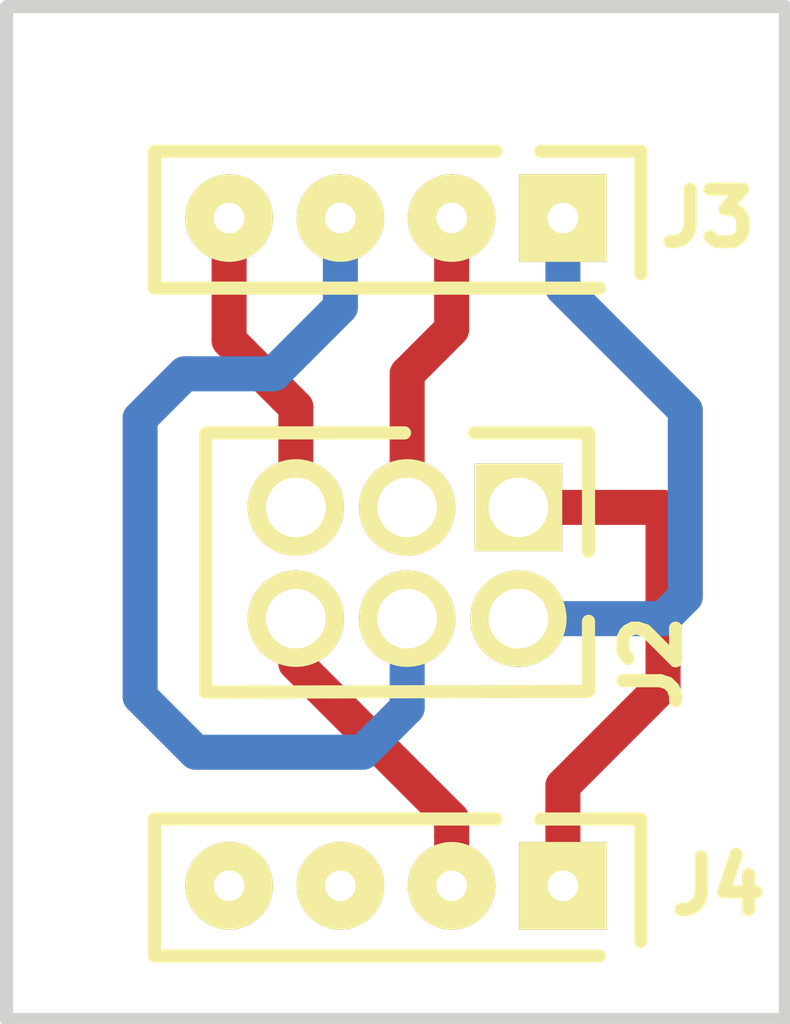
<source format=kicad_pcb>
(kicad_pcb (version 4) (host pcbnew 4.0.7-e0-6372~58~ubuntu16.04.1)

  (general
    (links 15)
    (no_connects 0)
    (area 144.069999 97.587999 153.110001 109.295001)
    (thickness 1.6)
    (drawings 4)
    (tracks 28)
    (zones 0)
    (modules 3)
    (nets 9)
  )

  (page A4)
  (layers
    (0 F.Cu signal)
    (31 B.Cu signal)
    (32 B.Adhes user)
    (33 F.Adhes user)
    (34 B.Paste user)
    (35 F.Paste user)
    (36 B.SilkS user)
    (37 F.SilkS user)
    (38 B.Mask user)
    (39 F.Mask user)
    (40 Dwgs.User user)
    (41 Cmts.User user)
    (42 Eco1.User user)
    (43 Eco2.User user)
    (44 Edge.Cuts user)
    (45 Margin user)
    (46 B.CrtYd user)
    (47 F.CrtYd user)
    (48 B.Fab user)
    (49 F.Fab user hide)
  )

  (setup
    (last_trace_width 0.4)
    (trace_clearance 0.2)
    (zone_clearance 0.2)
    (zone_45_only no)
    (trace_min 0.2)
    (segment_width 0.2)
    (edge_width 0.15)
    (via_size 0.6)
    (via_drill 0.4)
    (via_min_size 0.4)
    (via_min_drill 0.3)
    (uvia_size 0.3)
    (uvia_drill 0.1)
    (uvias_allowed no)
    (uvia_min_size 0.2)
    (uvia_min_drill 0.1)
    (pcb_text_width 0.3)
    (pcb_text_size 1.5 1.5)
    (mod_edge_width 0.15)
    (mod_text_size 1 1)
    (mod_text_width 0.15)
    (pad_size 1.524 1.524)
    (pad_drill 0.762)
    (pad_to_mask_clearance 0.2)
    (aux_axis_origin 0 0)
    (visible_elements FFFFFF7F)
    (pcbplotparams
      (layerselection 0x00030_80000001)
      (usegerberextensions false)
      (excludeedgelayer true)
      (linewidth 0.100000)
      (plotframeref false)
      (viasonmask false)
      (mode 1)
      (useauxorigin false)
      (hpglpennumber 1)
      (hpglpenspeed 20)
      (hpglpendiameter 15)
      (hpglpenoverlay 2)
      (psnegative false)
      (psa4output false)
      (plotreference true)
      (plotvalue true)
      (plotinvisibletext false)
      (padsonsilk false)
      (subtractmaskfromsilk false)
      (outputformat 1)
      (mirror false)
      (drillshape 1)
      (scaleselection 1)
      (outputdirectory ""))
  )

  (net 0 "")
  (net 1 3v3)
  (net 2 GND)
  (net 3 SWDCLK)
  (net 4 RESET)
  (net 5 SWDIO)
  (net 6 SWDTRACE)
  (net 7 UARTTX)
  (net 8 UARTRX)

  (net_class Default "This is the default net class."
    (clearance 0.2)
    (trace_width 0.4)
    (via_dia 0.6)
    (via_drill 0.4)
    (uvia_dia 0.3)
    (uvia_drill 0.1)
    (add_net 3v3)
    (add_net GND)
    (add_net RESET)
    (add_net SWDCLK)
    (add_net SWDIO)
    (add_net SWDTRACE)
    (add_net UARTRX)
    (add_net UARTTX)
  )

  (module Pin_Headers:Pin_Header_Pogo_02x03_Pitch1.27mm (layer F.Cu) (tedit 59B11B35) (tstamp 59B05AED)
    (at 149.987 103.378 270)
    (descr "Through hole pin header, pitch 1.27mm")
    (tags "pin header")
    (path /59B051A8)
    (fp_text reference J2 (at 1.778 -1.524 270) (layer F.SilkS)
      (effects (font (size 0.6 0.6) (thickness 0.15)))
    )
    (fp_text value CONN_02X03 (at 0 5.6 270) (layer F.Fab)
      (effects (font (size 1 1) (thickness 0.15)))
    )
    (fp_line (start 2.1 -0.8) (end 1.3 -0.8) (layer F.SilkS) (width 0.15))
    (fp_line (start 2.1082 3.5687) (end 2.1 -0.8) (layer F.SilkS) (width 0.15))
    (fp_line (start 2.1082 3.5687) (end -0.8418 3.5687) (layer F.SilkS) (width 0.15))
    (fp_line (start -1.1 -1.05) (end -1.09982 3.81) (layer F.CrtYd) (width 0.05))
    (fp_line (start 2.35 -1.05) (end 2.3495 3.81) (layer F.CrtYd) (width 0.05))
    (fp_line (start -1.1 -1.05) (end 2.35 -1.05) (layer F.CrtYd) (width 0.05))
    (fp_line (start -1.09982 3.81) (end 2.3495 3.81) (layer F.CrtYd) (width 0.05))
    (fp_line (start -0.8509 3.556) (end -0.85 1.3) (layer F.SilkS) (width 0.15))
    (fp_line (start 0.5 -0.8) (end -0.85 -0.8) (layer F.SilkS) (width 0.15))
    (fp_line (start -0.85 -0.8) (end -0.85 0.5) (layer F.SilkS) (width 0.15))
    (pad 1 thru_hole rect (at 0 0 270) (size 1 1) (drill 0.68) (layers *.Cu *.Mask F.SilkS)
      (net 1 3v3))
    (pad 3 thru_hole circle (at 0 1.27 270) (size 1.1 1.1) (drill 0.68) (layers *.Cu *.Mask F.SilkS)
      (net 3 SWDCLK))
    (pad 5 thru_hole circle (at 0 2.54 270) (size 1.1 1.1) (drill 0.68) (layers *.Cu *.Mask F.SilkS)
      (net 4 RESET))
    (pad 4 thru_hole circle (at 1.27 1.27 270) (size 1.1 1.1) (drill 0.68) (layers *.Cu *.Mask F.SilkS)
      (net 6 SWDTRACE))
    (pad 6 thru_hole circle (at 1.27 2.54 270) (size 1.1 1.1) (drill 0.68) (layers *.Cu *.Mask F.SilkS)
      (net 2 GND))
    (pad 2 thru_hole circle (at 1.27 0 270) (size 1.1 1.1) (drill 0.68) (layers *.Cu *.Mask F.SilkS)
      (net 5 SWDIO))
  )

  (module Pin_Headers:Pin_Header_Straight_01x04_Pitch1.27mm (layer F.Cu) (tedit 59B11B2E) (tstamp 59B10674)
    (at 150.495 107.696 180)
    (descr "Through hole pin header, pitch 1.27mm")
    (tags "pin header")
    (path /59B0EBBC)
    (fp_text reference J4 (at -1.778 0 180) (layer F.SilkS)
      (effects (font (size 0.6 0.6) (thickness 0.15)))
    )
    (fp_text value CONN_01X04 (at 0.0508 2.0574 180) (layer F.Fab)
      (effects (font (size 1 1) (thickness 0.15)))
    )
    (fp_line (start 4.6609 -0.8001) (end -0.41656 -0.8001) (layer F.SilkS) (width 0.15))
    (fp_line (start 4.6609 0.762) (end 4.6609 -0.8001) (layer F.SilkS) (width 0.15))
    (fp_line (start 4.6609 0.762) (end 0.762 0.762) (layer F.SilkS) (width 0.15))
    (fp_line (start -1.0922 -1.0414) (end -1.0922 0.9906) (layer F.CrtYd) (width 0.05))
    (fp_line (start 4.9149 -1.0414) (end 4.9149 0.9906) (layer F.CrtYd) (width 0.05))
    (fp_line (start -1.0922 -1.0414) (end 4.9149 -1.0414) (layer F.CrtYd) (width 0.05))
    (fp_line (start -1.0922 0.9906) (end 4.9149 0.9906) (layer F.CrtYd) (width 0.05))
    (fp_line (start 0.254 0.762) (end -0.889 0.762) (layer F.SilkS) (width 0.15))
    (fp_line (start -0.889 -0.635) (end -0.889 0.762) (layer F.SilkS) (width 0.15))
    (pad 1 thru_hole rect (at 0 0 180) (size 1 1) (drill 0.35) (layers *.Cu *.Mask F.SilkS)
      (net 1 3v3))
    (pad 2 thru_hole circle (at 1.27 0 180) (size 1 1) (drill 0.35) (layers *.Cu *.Mask F.SilkS)
      (net 2 GND))
    (pad 3 thru_hole circle (at 2.54 0 180) (size 1 1) (drill 0.35) (layers *.Cu *.Mask F.SilkS)
      (net 8 UARTRX))
    (pad 4 thru_hole circle (at 3.81 0 180) (size 1 1) (drill 0.35) (layers *.Cu *.Mask F.SilkS)
      (net 7 UARTTX))
  )

  (module Pin_Headers:Pin_Header_Straight_01x04_Pitch1.27mm (layer F.Cu) (tedit 59B11B26) (tstamp 59B10664)
    (at 150.495 100.076 180)
    (descr "Through hole pin header, pitch 1.27mm")
    (tags "pin header")
    (path /59B0E8DD)
    (fp_text reference J3 (at -1.651 0 180) (layer F.SilkS)
      (effects (font (size 0.6 0.6) (thickness 0.15)))
    )
    (fp_text value CONN_01X04 (at 0.0508 2.0574 180) (layer F.Fab)
      (effects (font (size 1 1) (thickness 0.15)))
    )
    (fp_line (start 4.6609 -0.8001) (end -0.41656 -0.8001) (layer F.SilkS) (width 0.15))
    (fp_line (start 4.6609 0.762) (end 4.6609 -0.8001) (layer F.SilkS) (width 0.15))
    (fp_line (start 4.6609 0.762) (end 0.762 0.762) (layer F.SilkS) (width 0.15))
    (fp_line (start -1.0922 -1.0414) (end -1.0922 0.9906) (layer F.CrtYd) (width 0.05))
    (fp_line (start 4.9149 -1.0414) (end 4.9149 0.9906) (layer F.CrtYd) (width 0.05))
    (fp_line (start -1.0922 -1.0414) (end 4.9149 -1.0414) (layer F.CrtYd) (width 0.05))
    (fp_line (start -1.0922 0.9906) (end 4.9149 0.9906) (layer F.CrtYd) (width 0.05))
    (fp_line (start 0.254 0.762) (end -0.889 0.762) (layer F.SilkS) (width 0.15))
    (fp_line (start -0.889 -0.635) (end -0.889 0.762) (layer F.SilkS) (width 0.15))
    (pad 1 thru_hole rect (at 0 0 180) (size 1 1) (drill 0.35) (layers *.Cu *.Mask F.SilkS)
      (net 5 SWDIO))
    (pad 2 thru_hole circle (at 1.27 0 180) (size 1 1) (drill 0.35) (layers *.Cu *.Mask F.SilkS)
      (net 3 SWDCLK))
    (pad 3 thru_hole circle (at 2.54 0 180) (size 1 1) (drill 0.35) (layers *.Cu *.Mask F.SilkS)
      (net 6 SWDTRACE))
    (pad 4 thru_hole circle (at 3.81 0 180) (size 1 1) (drill 0.35) (layers *.Cu *.Mask F.SilkS)
      (net 4 RESET))
  )

  (gr_line (start 144.145 109.22) (end 144.145 97.663) (layer Edge.Cuts) (width 0.15))
  (gr_line (start 153.035 109.22) (end 144.145 109.22) (layer Edge.Cuts) (width 0.15))
  (gr_line (start 153.035 97.663) (end 153.035 109.22) (layer Edge.Cuts) (width 0.15))
  (gr_line (start 144.145 97.663) (end 153.035 97.663) (layer Edge.Cuts) (width 0.15))

  (segment (start 151.638 103.378) (end 151.638 105.41) (width 0.4) (layer F.Cu) (net 1))
  (segment (start 151.638 105.41) (end 150.495 106.553) (width 0.4) (layer F.Cu) (net 1))
  (segment (start 150.495 106.553) (end 150.495 107.696) (width 0.4) (layer F.Cu) (net 1))
  (segment (start 149.987 103.378) (end 151.638 103.378) (width 0.4) (layer F.Cu) (net 1))
  (segment (start 147.447 104.648) (end 147.447 105.156) (width 0.4) (layer F.Cu) (net 2))
  (segment (start 147.447 105.156) (end 149.225 106.934) (width 0.4) (layer F.Cu) (net 2))
  (segment (start 149.225 106.934) (end 149.225 107.130315) (width 0.4) (layer F.Cu) (net 2))
  (segment (start 149.225 107.130315) (end 149.225 107.696) (width 0.4) (layer F.Cu) (net 2))
  (segment (start 148.717 103.378) (end 148.717 101.854) (width 0.4) (layer F.Cu) (net 3))
  (segment (start 148.717 101.854) (end 149.225 101.346) (width 0.4) (layer F.Cu) (net 3))
  (segment (start 149.225 101.346) (end 149.225 100.076) (width 0.4) (layer F.Cu) (net 3))
  (segment (start 147.447 103.378) (end 147.447 102.235) (width 0.4) (layer F.Cu) (net 4))
  (segment (start 146.685 101.473) (end 146.685 100.076) (width 0.4) (layer F.Cu) (net 4))
  (segment (start 147.447 102.235) (end 146.685 101.473) (width 0.4) (layer F.Cu) (net 4))
  (segment (start 151.892 104.394) (end 151.892 102.273) (width 0.4) (layer B.Cu) (net 5))
  (segment (start 151.892 102.273) (end 150.495 100.876) (width 0.4) (layer B.Cu) (net 5))
  (segment (start 150.495 100.876) (end 150.495 100.076) (width 0.4) (layer B.Cu) (net 5))
  (segment (start 151.638 104.648) (end 151.892 104.394) (width 0.4) (layer B.Cu) (net 5))
  (segment (start 149.987 104.648) (end 151.638 104.648) (width 0.4) (layer B.Cu) (net 5))
  (segment (start 147.955 100.076) (end 147.955 101.092) (width 0.4) (layer B.Cu) (net 6))
  (segment (start 147.955 101.092) (end 147.193 101.854) (width 0.4) (layer B.Cu) (net 6))
  (segment (start 147.193 101.854) (end 146.177 101.854) (width 0.4) (layer B.Cu) (net 6))
  (segment (start 146.177 101.854) (end 145.669 102.362) (width 0.4) (layer B.Cu) (net 6))
  (segment (start 146.304 106.172) (end 148.209 106.172) (width 0.4) (layer B.Cu) (net 6))
  (segment (start 145.669 102.362) (end 145.669 105.537) (width 0.4) (layer B.Cu) (net 6))
  (segment (start 145.669 105.537) (end 146.304 106.172) (width 0.4) (layer B.Cu) (net 6))
  (segment (start 148.209 106.172) (end 148.717 105.664) (width 0.4) (layer B.Cu) (net 6))
  (segment (start 148.717 105.664) (end 148.717 104.648) (width 0.4) (layer B.Cu) (net 6))

)

</source>
